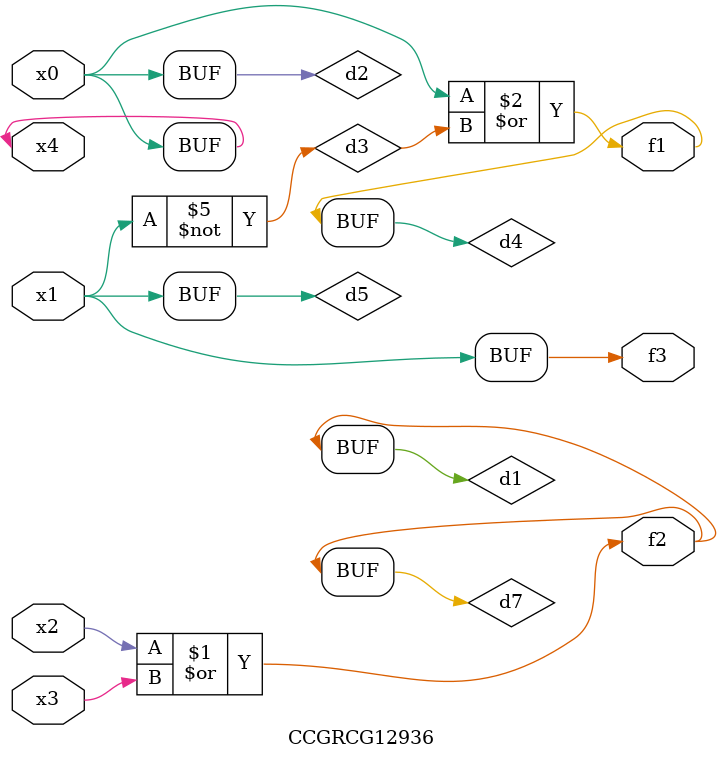
<source format=v>
module CCGRCG12936(
	input x0, x1, x2, x3, x4,
	output f1, f2, f3
);

	wire d1, d2, d3, d4, d5, d6, d7;

	or (d1, x2, x3);
	buf (d2, x0, x4);
	not (d3, x1);
	or (d4, d2, d3);
	not (d5, d3);
	nand (d6, d1, d3);
	or (d7, d1);
	assign f1 = d4;
	assign f2 = d7;
	assign f3 = d5;
endmodule

</source>
